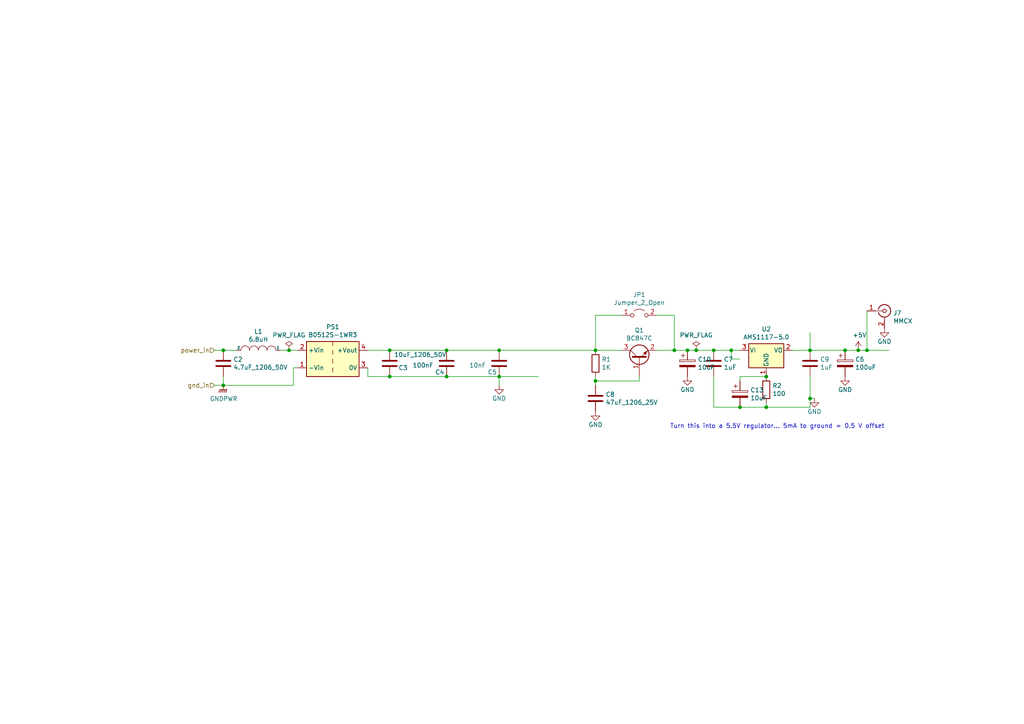
<source format=kicad_sch>
(kicad_sch (version 20211123) (generator eeschema)
  (paper "A4")
  (lib_symbols
    (symbol "DAC_pockel-rescue:100-0JLC" (pin_numbers hide) (pin_names (offset 0))
      (property "Reference" "R" (at 2.032 0 90))
      (property "Value" "100-0JLC" (at 0 0 90))
      (symbol "100-0JLC_0_1"
        (rectangle (start -1.016 -2.54) (end 1.016 2.54) (stroke (width 0.254)))
      )
      (symbol "100-0JLC_1_1"
        (pin passive line (at 0 3.81 270) (length 1.27) (name "~") (number "1"))
        (pin passive line (at 0 -3.81 90) (length 1.27) (name "~") (number "2"))
      )
    )
    (symbol "DAC_pockel-rescue:10uF_1206_50V-0JLC" (pin_numbers hide) (pin_names (offset 0.254))
      (property "Reference" "C" (at 0.635 2.54 0))
      (property "Value" "10uF_1206_50V-0JLC" (at 0.635 -2.54 0))
      (symbol "10uF_1206_50V-0JLC_0_1"
        (polyline (pts (xy -2.032 -0.762) (xy 2.032 -0.762)) (stroke (width 0.508)))
        (polyline (pts (xy -2.032 0.762) (xy 2.032 0.762)) (stroke (width 0.508)))
      )
      (symbol "10uF_1206_50V-0JLC_1_1"
        (pin passive line (at 0 3.81 270) (length 2.794) (name "~") (number "1"))
        (pin passive line (at 0 -3.81 90) (length 2.794) (name "~") (number "2"))
      )
    )
    (symbol "DAC_pockel-rescue:1K-0JLC" (pin_numbers hide) (pin_names (offset 0))
      (property "Reference" "R" (at 2.032 0 90))
      (property "Value" "1K-0JLC" (at 0 0 90))
      (symbol "1K-0JLC_0_1"
        (rectangle (start -1.016 -2.54) (end 1.016 2.54) (stroke (width 0.254)))
      )
      (symbol "1K-0JLC_1_1"
        (pin passive line (at 0 3.81 270) (length 1.27) (name "~") (number "1"))
        (pin passive line (at 0 -3.81 90) (length 1.27) (name "~") (number "2"))
      )
    )
    (symbol "DAC_pockel-rescue:1uF-0JLC" (pin_numbers hide) (pin_names (offset 0.254))
      (property "Reference" "C" (at 0.635 2.54 0))
      (property "Value" "1uF-0JLC" (at 0.635 -2.54 0))
      (symbol "1uF-0JLC_0_1"
        (polyline (pts (xy -2.032 -0.762) (xy 2.032 -0.762)) (stroke (width 0.508)))
        (polyline (pts (xy -2.032 0.762) (xy 2.032 0.762)) (stroke (width 0.508)))
      )
      (symbol "1uF-0JLC_1_1"
        (pin passive line (at 0 3.81 270) (length 2.794) (name "~") (number "1"))
        (pin passive line (at 0 -3.81 90) (length 2.794) (name "~") (number "2"))
      )
    )
    (symbol "DAC_pockel-rescue:4.7uF_1206_50V-0JLC" (pin_numbers hide) (pin_names (offset 0.254))
      (property "Reference" "C" (at 0.635 2.54 0))
      (property "Value" "4.7uF_1206_50V-0JLC" (at 0.635 -2.54 0))
      (symbol "4.7uF_1206_50V-0JLC_0_1"
        (polyline (pts (xy -2.032 -0.762) (xy 2.032 -0.762)) (stroke (width 0.508)))
        (polyline (pts (xy -2.032 0.762) (xy 2.032 0.762)) (stroke (width 0.508)))
      )
      (symbol "4.7uF_1206_50V-0JLC_1_1"
        (pin passive line (at 0 3.81 270) (length 2.794) (name "~") (number "1"))
        (pin passive line (at 0 -3.81 90) (length 2.794) (name "~") (number "2"))
      )
    )
    (symbol "DAC_pockel-rescue:47uF_1206_25V-0JLC" (pin_numbers hide) (pin_names (offset 0.254))
      (property "Reference" "C" (at 0.635 2.54 0))
      (property "Value" "47uF_1206_25V-0JLC" (at 0.635 -2.54 0))
      (symbol "47uF_1206_25V-0JLC_0_1"
        (polyline (pts (xy -2.032 -0.762) (xy 2.032 -0.762)) (stroke (width 0.508)))
        (polyline (pts (xy -2.032 0.762) (xy 2.032 0.762)) (stroke (width 0.508)))
      )
      (symbol "47uF_1206_25V-0JLC_1_1"
        (pin passive line (at 0 3.81 270) (length 2.794) (name "~") (number "1"))
        (pin passive line (at 0 -3.81 90) (length 2.794) (name "~") (number "2"))
      )
    )
    (symbol "DAC_pockel-rescue:B0305S-1WR2-0my_power"
      (property "Reference" "PS" (at -7.62 6.35 0))
      (property "Value" "B0305S-1WR2-0my_power" (at 1.27 6.35 0))
      (symbol "B0305S-1WR2-0my_power_0_0"
        (pin power_in line (at -10.16 -2.54 0) (length 2.54) (name "-Vin") (number "1"))
        (pin power_in line (at -10.16 2.54 0) (length 2.54) (name "+Vin") (number "2"))
        (pin power_out line (at 10.16 -2.54 180) (length 2.54) (name "0V") (number "3"))
        (pin power_out line (at 10.16 2.54 180) (length 2.54) (name "+Vout") (number "4"))
      )
      (symbol "B0305S-1WR2-0my_power_0_1"
        (rectangle (start -7.62 5.08) (end 7.62 -5.08) (stroke (width 0.254)) (fill (type background)))
        (polyline (pts (xy 0 -2.54) (xy 0 -3.81)))
        (polyline (pts (xy 0 0) (xy 0 -1.27)))
        (polyline (pts (xy 0 2.54) (xy 0 1.27)))
        (polyline (pts (xy 0 5.08) (xy 0 3.81)))
      )
    )
    (symbol "DAC_pockel-rescue:CP-Device" (pin_numbers hide) (pin_names (offset 0.254))
      (property "Reference" "C" (at 0.635 2.54 0))
      (property "Value" "CP-Device" (at 0.635 -2.54 0))
      (symbol "CP-Device_0_1"
        (rectangle (start -2.286 0.508) (end 2.286 1.016))
        (polyline (pts (xy -1.778 2.286) (xy -0.762 2.286)))
        (polyline (pts (xy -1.27 2.794) (xy -1.27 1.778)))
        (rectangle (start 2.286 -0.508) (end -2.286 -1.016) (fill (type outline)))
      )
      (symbol "CP-Device_1_1"
        (pin passive line (at 0 3.81 270) (length 2.794) (name "~") (number "1"))
        (pin passive line (at 0 -3.81 90) (length 2.794) (name "~") (number "2"))
      )
    )
    (symbol "DAC_pockel-rescue:MMCX-0my_intf" (pin_names (offset 1.016) hide)
      (property "Reference" "J" (at 0.254 3.048 0))
      (property "Value" "MMCX-0my_intf" (at 2.921 0 90))
      (symbol "MMCX-0my_intf_0_1"
        (arc (start -1.778 -0.508) (mid 0.2311 -1.8066) (end 1.778 0) (stroke (width 0.254)))
        (polyline (pts (xy -2.54 0) (xy -0.508 0)))
        (polyline (pts (xy 0 -2.54) (xy 0 -1.778)))
        (circle (center 0 0) (radius 0.508) (stroke (width 0.2032)))
        (arc (start 1.778 0) (mid 0.2099 1.8101) (end -1.778 0.508) (stroke (width 0.254)))
      )
      (symbol "MMCX-0my_intf_1_1"
        (pin passive line (at -5.08 0 0) (length 2.54) (name "In") (number "1"))
        (pin passive line (at 0 -5.08 90) (length 2.54) (name "Ext") (number "2"))
      )
    )
    (symbol "Device:C" (pin_numbers hide) (pin_names (offset 0.254))
      (property "Reference" "C" (at 0.635 2.54 0))
      (property "Value" "C" (at 0.635 -2.54 0))
      (symbol "C_0_1"
        (polyline (pts (xy -2.032 -0.762) (xy 2.032 -0.762)) (stroke (width 0.508)))
        (polyline (pts (xy -2.032 0.762) (xy 2.032 0.762)) (stroke (width 0.508)))
      )
      (symbol "C_1_1"
        (pin passive line (at 0 3.81 270) (length 2.794) (name "~") (number "1"))
        (pin passive line (at 0 -3.81 90) (length 2.794) (name "~") (number "2"))
      )
    )
    (symbol "Jumper:Jumper_2_Open" (pin_names (offset 0) hide)
      (property "Reference" "JP" (at 0 2.794 0))
      (property "Value" "Jumper_2_Open" (at 0 -2.286 0))
      (symbol "Jumper_2_Open_0_0"
        (circle (center -2.032 0) (radius 0.508))
        (circle (center 2.032 0) (radius 0.508))
      )
      (symbol "Jumper_2_Open_0_1"
        (arc (start 1.524 1.27) (mid 0 1.778) (end -1.524 1.27))
      )
      (symbol "Jumper_2_Open_1_1"
        (pin passive line (at -5.08 0 0) (length 2.54) (name "A") (number "1"))
        (pin passive line (at 5.08 0 180) (length 2.54) (name "B") (number "2"))
      )
    )
    (symbol "Regulator_Linear:AMS1117-5.0" (pin_names (offset 0.254))
      (property "Reference" "U" (at -3.81 3.175 0))
      (property "Value" "AMS1117-5.0" (at 0 3.175 0))
      (symbol "AMS1117-5.0_0_1"
        (rectangle (start -5.08 -5.08) (end 5.08 1.905) (stroke (width 0.254)) (fill (type background)))
      )
      (symbol "AMS1117-5.0_1_1"
        (pin power_in line (at 0 -7.62 90) (length 2.54) (name "GND") (number "1"))
        (pin power_out line (at 7.62 0 180) (length 2.54) (name "VO") (number "2"))
        (pin power_in line (at -7.62 0 0) (length 2.54) (name "VI") (number "3"))
      )
    )
    (symbol "Transistor_BJT:BC847" (pin_names (offset 0) hide)
      (property "Reference" "Q" (at 5.08 1.905 0))
      (property "Value" "BC847" (at 5.08 0 0))
      (symbol "BC847_0_1"
        (polyline (pts (xy 0.635 0.635) (xy 2.54 2.54)))
        (polyline (pts (xy 0.635 -0.635) (xy 2.54 -2.54) (xy 2.54 -2.54)))
        (polyline (pts (xy 0.635 1.905) (xy 0.635 -1.905) (xy 0.635 -1.905)) (stroke (width 0.508)))
        (polyline (pts (xy 1.27 -1.778) (xy 1.778 -1.27) (xy 2.286 -2.286) (xy 1.27 -1.778) (xy 1.27 -1.778)) (fill (type outline)))
        (circle (center 1.27 0) (radius 2.8194) (stroke (width 0.254)))
      )
      (symbol "BC847_1_1"
        (pin input line (at -5.08 0 0) (length 5.715) (name "B") (number "1"))
        (pin passive line (at 2.54 -5.08 90) (length 2.54) (name "E") (number "2"))
        (pin passive line (at 2.54 5.08 270) (length 2.54) (name "C") (number "3"))
      )
    )
    (symbol "power:+5V" (power) (pin_names (offset 0))
      (property "Value" "+5V" (at 0 3.556 0))
      (symbol "+5V_0_1"
        (polyline (pts (xy -0.762 1.27) (xy 0 2.54)))
        (polyline (pts (xy 0 0) (xy 0 2.54)))
        (polyline (pts (xy 0 2.54) (xy 0.762 1.27)))
      )
      (symbol "+5V_1_1"
        (pin power_in line (at 0 0 90) (length 0) hide (name "+5V") (number "1"))
      )
    )
    (symbol "power:GND" (power) (pin_names (offset 0))
      (property "Value" "GND" (at 0 -3.81 0))
      (symbol "GND_0_1"
        (polyline (pts (xy 0 0) (xy 0 -1.27) (xy 1.27 -1.27) (xy 0 -2.54) (xy -1.27 -1.27) (xy 0 -1.27)))
      )
      (symbol "GND_1_1"
        (pin power_in line (at 0 0 270) (length 0) hide (name "GND") (number "1"))
      )
    )
    (symbol "power:GNDPWR" (power) (pin_names (offset 0))
      (property "Value" "GNDPWR" (at 0 -3.302 0))
      (symbol "GNDPWR_0_1"
        (polyline (pts (xy 0 -1.27) (xy 0 0)))
        (polyline (pts (xy -1.016 -1.27) (xy -1.27 -2.032) (xy -1.27 -2.032)) (stroke (width 0.2032)))
        (polyline (pts (xy -0.508 -1.27) (xy -0.762 -2.032) (xy -0.762 -2.032)) (stroke (width 0.2032)))
        (polyline (pts (xy 0 -1.27) (xy -0.254 -2.032) (xy -0.254 -2.032)) (stroke (width 0.2032)))
        (polyline (pts (xy 0.508 -1.27) (xy 0.254 -2.032) (xy 0.254 -2.032)) (stroke (width 0.2032)))
        (polyline (pts (xy 1.016 -1.27) (xy -1.016 -1.27) (xy -1.016 -1.27)) (stroke (width 0.2032)))
        (polyline (pts (xy 1.016 -1.27) (xy 0.762 -2.032) (xy 0.762 -2.032) (xy 0.762 -2.032)) (stroke (width 0.2032)))
      )
      (symbol "GNDPWR_1_1"
        (pin power_in line (at 0 0 270) (length 0) hide (name "GNDPWR") (number "1"))
      )
    )
    (symbol "power:PWR_FLAG" (power) (pin_numbers hide) (pin_names (offset 0) hide)
      (property "Value" "PWR_FLAG" (at 0 3.81 0))
      (symbol "PWR_FLAG_0_0"
        (pin power_out line (at 0 0 90) (length 0) (name "pwr") (number "1"))
      )
      (symbol "PWR_FLAG_0_1"
        (polyline (pts (xy 0 0) (xy 0 1.27) (xy -1.016 1.905) (xy 0 2.54) (xy 1.016 1.905) (xy 0 1.27)))
      )
    )
    (symbol "pspice:INDUCTOR" (pin_numbers hide) (pin_names (offset 0))
      (property "Reference" "L" (at 0 2.54 0))
      (property "Value" "INDUCTOR" (at 0 -1.27 0))
      (symbol "INDUCTOR_0_1"
        (arc (start -2.54 0) (mid -3.81 1.27) (end -5.08 0))
        (arc (start 0 0) (mid -1.27 1.27) (end -2.54 0))
        (arc (start 2.54 0) (mid 1.27 1.27) (end 0 0))
        (arc (start 5.08 0) (mid 3.81 1.27) (end 2.54 0))
      )
      (symbol "INDUCTOR_1_1"
        (pin input line (at -6.35 0 0) (length 1.27) (name "1") (number "1"))
        (pin input line (at 6.35 0 180) (length 1.27) (name "2") (number "2"))
      )
    )
  )
  (junction (at 251.46 101.6))
  (junction (at 195.58 101.6))
  (junction (at 201.93 101.6))
  (junction (at 212.09 101.6))
  (junction (at 129.54 109.22))
  (junction (at 234.95 101.6))
  (junction (at 113.03 101.6))
  (junction (at 207.01 101.6))
  (junction (at 144.78 109.22))
  (junction (at 172.72 110.49))
  (junction (at 129.54 101.6))
  (junction (at 234.95 115.57))
  (junction (at 113.03 109.22))
  (junction (at 248.92 101.6))
  (junction (at 144.78 101.6))
  (junction (at 64.77 111.76))
  (junction (at 222.25 109.22))
  (junction (at 83.82 101.6))
  (junction (at 172.72 101.6))
  (junction (at 199.39 101.6))
  (junction (at 245.11 101.6))
  (junction (at 64.77 101.6))
  (junction (at 222.25 118.11))
  (junction (at 214.63 118.11))
  (wire (pts (xy 81.28 101.6) (xy 83.82 101.6)))
  (wire (pts (xy 234.95 118.11) (xy 234.95 115.57)))
  (wire (pts (xy 234.95 101.6) (xy 229.87 101.6)))
  (wire (pts (xy 214.63 118.11) (xy 222.25 118.11)))
  (wire (pts (xy 172.72 101.6) (xy 180.34 101.6)))
  (wire (pts (xy 62.23 111.76) (xy 64.77 111.76)))
  (wire (pts (xy 207.01 101.6) (xy 212.09 101.6)))
  (wire (pts (xy 222.25 118.11) (xy 234.95 118.11)))
  (wire (pts (xy 251.46 90.17) (xy 251.46 101.6)))
  (wire (pts (xy 144.78 111.76) (xy 144.78 109.22)))
  (wire (pts (xy 106.68 101.6) (xy 113.03 101.6)))
  (wire (pts (xy 85.09 111.76) (xy 64.77 111.76)))
  (wire (pts (xy 245.11 101.6) (xy 248.92 101.6)))
  (wire (pts (xy 129.54 109.22) (xy 144.78 109.22)))
  (wire (pts (xy 234.95 115.57) (xy 236.22 115.57)))
  (wire (pts (xy 234.95 101.6) (xy 245.11 101.6)))
  (wire (pts (xy 185.42 110.49) (xy 185.42 109.22)))
  (wire (pts (xy 113.03 101.6) (xy 129.54 101.6)))
  (wire (pts (xy 64.77 109.22) (xy 64.77 111.76)))
  (wire (pts (xy 214.63 109.22) (xy 222.25 109.22)))
  (wire (pts (xy 195.58 91.44) (xy 195.58 101.6)))
  (wire (pts (xy 199.39 101.6) (xy 201.93 101.6)))
  (wire (pts (xy 214.63 110.49) (xy 214.63 109.22)))
  (wire (pts (xy 83.82 101.6) (xy 86.36 101.6)))
  (wire (pts (xy 207.01 109.22) (xy 207.01 118.11)))
  (wire (pts (xy 62.23 101.6) (xy 64.77 101.6)))
  (wire (pts (xy 212.09 104.14) (xy 214.63 104.14)))
  (wire (pts (xy 86.36 106.68) (xy 85.09 106.68)))
  (wire (pts (xy 201.93 101.6) (xy 207.01 101.6)))
  (wire (pts (xy 190.5 91.44) (xy 195.58 91.44)))
  (wire (pts (xy 85.09 106.68) (xy 85.09 111.76)))
  (wire (pts (xy 144.78 101.6) (xy 172.72 101.6)))
  (wire (pts (xy 172.72 110.49) (xy 185.42 110.49)))
  (wire (pts (xy 172.72 101.6) (xy 172.72 91.44)))
  (wire (pts (xy 251.46 101.6) (xy 257.81 101.6)))
  (wire (pts (xy 172.72 110.49) (xy 172.72 111.76)))
  (wire (pts (xy 190.5 101.6) (xy 195.58 101.6)))
  (wire (pts (xy 248.92 101.6) (xy 251.46 101.6)))
  (wire (pts (xy 106.68 109.22) (xy 113.03 109.22)))
  (wire (pts (xy 234.95 109.22) (xy 234.95 115.57)))
  (wire (pts (xy 144.78 109.22) (xy 156.21 109.22)))
  (wire (pts (xy 172.72 109.22) (xy 172.72 110.49)))
  (wire (pts (xy 129.54 109.22) (xy 113.03 109.22)))
  (wire (pts (xy 129.54 101.6) (xy 144.78 101.6)))
  (wire (pts (xy 212.09 101.6) (xy 212.09 104.14)))
  (wire (pts (xy 222.25 116.84) (xy 222.25 118.11)))
  (wire (pts (xy 195.58 101.6) (xy 199.39 101.6)))
  (wire (pts (xy 172.72 91.44) (xy 180.34 91.44)))
  (wire (pts (xy 207.01 118.11) (xy 214.63 118.11)))
  (wire (pts (xy 64.77 101.6) (xy 68.58 101.6)))
  (wire (pts (xy 106.68 106.68) (xy 106.68 109.22)))
  (wire (pts (xy 212.09 101.6) (xy 214.63 101.6)))
  (wire (pts (xy 234.95 101.6) (xy 234.95 96.52)))
  (text "Turn this into a 5.5V regulator… 5mA to ground = 0.5 V offset" (at 194.31 124.46 0) (effects (font (size 1.27 1.27)) (justify left bottom)))
  (hierarchical_label "gnd_in" (shape input) (at 62.23 111.76 180))
  (hierarchical_label "power_in" (shape input) (at 62.23 101.6 180))
  (symbol (lib_id "Device:C") (at 129.54 105.41 180) (unit 1)
    (property "Reference" "C4" (at 128.905 107.95 0) (effects (justify left)))
    (property "Value" "100nF" (at 125.73 106.68 0) (effects (justify left top)))
    (property "Footprint" "Capacitor_SMD:C_0603_1608Metric_Pad1.05x0.95mm_HandSolder" (effects hide))
    (property "Datasheet" "CC0603KRX7R9BB104" (effects hide))
    (property "MFR" "Samsung" (effects hide))
    (property "MPN" "CC0603KRX7R9BB104" (effects hide))
    (property "SPURL" "-" (effects hide))
    (property "LCSC" "C14663" (effects hide))
  )
  (symbol (lib_id "Device:C") (at 144.78 105.41 180) (unit 1)
    (property "Reference" "C5" (at 144.145 107.95 0) (effects (justify left)))
    (property "Value" "10nF" (at 140.97 106.68 0) (effects (justify left top)))
    (property "Footprint" "Capacitor_SMD:C_0603_1608Metric_Pad1.05x0.95mm_HandSolder" (effects hide))
    (property "Datasheet" "0603B103K500NT" (effects hide))
    (property "MFR" "Samsung" (effects hide))
    (property "MPN" "0603B103K500NT" (effects hide))
    (property "LCSC" "C57112" (effects hide))
    (property "SPURL" "-" (effects hide))
  )
  (symbol (lib_id "power:GND") (at 144.78 111.76 0) (unit 1)
    (property "Reference" "#PWR016" (effects hide))
    (property "Value" "GND" (at 144.78 115.57 0))
  )
  (symbol (lib_id "power:GND") (at 172.72 119.38 0) (unit 1)
    (property "Reference" "#PWR017" (effects hide))
    (property "Value" "GND" (at 172.72 123.19 0))
  )
  (symbol (lib_id "Transistor_BJT:BC847") (at 185.42 104.14 90) (unit 1)
    (property "Reference" "Q1" (at 185.42 95.8088 90))
    (property "Value" "BC847C" (at 185.42 98.1202 90))
    (property "Footprint" "Package_TO_SOT_SMD:SOT-23" (effects hide))
    (property "Datasheet" "http://www.infineon.com/dgdl/Infineon-BC847SERIES_BC848SERIES_BC849SERIES_BC850SERIES-DS-v01_01-en.pdf?fileId=db3a304314dca389011541d4630a1657" (effects hide))
    (property "MPN" "BC847C,215" (effects hide))
    (property "LCSC" "C8664" (effects hide))
  )
  (symbol (lib_id "Jumper:Jumper_2_Open") (at 185.42 91.44 0) (unit 1)
    (property "Reference" "JP1" (at 185.42 85.471 0))
    (property "Value" "Jumper_2_Open" (at 185.42 87.7824 0))
    (property "Footprint" "Jumper:SolderJumper-2_P1.3mm_Open_RoundedPad1.0x1.5mm" (effects hide))
  )
  (symbol (lib_id "DAC_pockel-rescue:B0305S-1WR2-0my_power") (at 96.52 104.14 0) (unit 1)
    (property "Reference" "PS1" (at 96.52 94.8182 0))
    (property "Value" "B0512S-1WR3" (at 96.52 97.1296 0))
    (property "Footprint" "Converter_DCDC:Converter_DCDC_muRata_CRE1xxxxxx3C_THT" (effects hide))
    (property "LCSC" "C133158" (effects hide))
    (property "MPN" "B0512S-1WR3" (effects hide))
  )
  (symbol (lib_id "pspice:INDUCTOR") (at 74.93 101.6 0) (mirror y) (unit 1)
    (property "Reference" "L1" (at 74.93 96.139 0))
    (property "Value" "6.8uH" (at 74.93 98.4504 0))
    (property "Footprint" "Inductor_SMD:L_1210_3225Metric_Pad1.42x2.65mm_HandSolder" (effects hide))
    (property "MPN" "NLCV32T-6R8M-PFR" (effects hide))
    (property "LCSC" "C87559" (effects hide))
  )
  (symbol (lib_id "power:GNDPWR") (at 64.77 111.76 0) (unit 1)
    (property "Reference" "#PWR015" (effects hide))
    (property "Value" "GNDPWR" (at 64.8716 115.6716 0))
  )
  (symbol (lib_id "DAC_pockel-rescue:10uF_1206_50V-0JLC") (at 113.03 105.41 0) (unit 1)
    (property "Reference" "C3" (at 115.57 106.68 0) (effects (justify left)))
    (property "Value" "10uF_1206_50V" (at 114.3 102.87 0) (effects (justify left)))
    (property "Footprint" "Capacitor_SMD:C_1206_3216Metric_Pad1.42x1.75mm_HandSolder" (effects hide))
    (property "LCSC" "C13585" (effects hide))
    (property "MPN" "CL31A106KBHNNNE" (effects hide))
  )
  (symbol (lib_id "DAC_pockel-rescue:4.7uF_1206_50V-0JLC") (at 64.77 105.41 0) (unit 1)
    (property "Reference" "C2" (at 67.691 104.2416 0) (effects (justify left)))
    (property "Value" "4.7uF_1206_50V" (at 67.691 106.553 0) (effects (justify left)))
    (property "Footprint" "Capacitor_SMD:C_1206_3216Metric_Pad1.42x1.75mm_HandSolder" (effects hide))
    (property "LCSC" "C29823" (effects hide))
    (property "MPN" "1206B475K500NT" (effects hide))
  )
  (symbol (lib_id "DAC_pockel-rescue:1K-0JLC") (at 172.72 105.41 0) (unit 1)
    (property "Reference" "R1" (at 174.498 104.2416 0) (effects (justify left)))
    (property "Value" "1K" (at 174.498 106.553 0) (effects (justify left)))
    (property "Footprint" "Resistor_SMD:R_0603_1608Metric_Pad1.05x0.95mm_HandSolder" (effects hide))
    (property "LCSC" "C21190" (effects hide))
    (property "MPN" "0603WAF1001T5E" (effects hide))
  )
  (symbol (lib_id "DAC_pockel-rescue:CP-Device") (at 245.11 105.41 0) (unit 1)
    (property "Reference" "C6" (at 248.031 104.2416 0) (effects (justify left)))
    (property "Value" "100uF" (at 248.031 106.553 0) (effects (justify left)))
    (property "Footprint" "Capacitor_Tantalum_SMD:CP_EIA-3528-12_Kemet-T" (effects hide))
    (property "LCSC" "C84455" (effects hide))
    (property "MPN" "GRM32ER61A107ME20L" (effects hide))
  )
  (symbol (lib_id "DAC_pockel-rescue:1uF-0JLC") (at 207.01 105.41 0) (unit 1)
    (property "Reference" "C7" (at 209.931 104.2416 0) (effects (justify left)))
    (property "Value" "1uF" (at 209.931 106.553 0) (effects (justify left)))
    (property "Footprint" "Capacitor_SMD:C_0603_1608Metric_Pad1.05x0.95mm_HandSolder" (effects hide))
    (property "LCSC" "C15849" (effects hide))
    (property "MPN" "CL10A105KB8NNNC" (effects hide))
  )
  (symbol (lib_id "DAC_pockel-rescue:1uF-0JLC") (at 234.95 105.41 0) (unit 1)
    (property "Reference" "C9" (at 237.871 104.2416 0) (effects (justify left)))
    (property "Value" "1uF" (at 237.871 106.553 0) (effects (justify left)))
    (property "Footprint" "Capacitor_SMD:C_0603_1608Metric_Pad1.05x0.95mm_HandSolder" (effects hide))
    (property "LCSC" "C15849" (effects hide))
    (property "MPN" "CL10A105KB8NNNC" (effects hide))
  )
  (symbol (lib_id "power:GND") (at 236.22 115.57 0) (unit 1)
    (property "Reference" "#PWR018" (effects hide))
    (property "Value" "GND" (at 236.22 119.38 0))
  )
  (symbol (lib_id "DAC_pockel-rescue:MMCX-0my_intf") (at 256.54 90.17 0) (unit 1)
    (property "Reference" "J7" (at 259.08 90.805 0) (effects (justify left)))
    (property "Value" "MMCX" (at 259.08 93.1164 0) (effects (justify left)))
    (property "Footprint" "0my_footprints:MMCX_JLC" (effects hide))
    (property "Datasheet" " ~" (effects hide))
    (property "LCSC" "C530664" (effects hide))
    (property "MPN" "KH-MMCX-Z" (effects hide))
  )
  (symbol (lib_id "power:GND") (at 256.54 95.25 0) (unit 1)
    (property "Reference" "#PWR020" (effects hide))
    (property "Value" "GND" (at 256.54 99.06 0))
  )
  (symbol (lib_id "power:PWR_FLAG") (at 83.82 101.6 0) (unit 1)
    (property "Reference" "#FLG01" (effects hide))
    (property "Value" "PWR_FLAG" (at 83.82 97.2058 0))
  )
  (symbol (lib_id "power:PWR_FLAG") (at 201.93 101.6 0) (unit 1)
    (property "Reference" "#FLG02" (effects hide))
    (property "Value" "PWR_FLAG" (at 201.93 97.2058 0))
  )
  (symbol (lib_id "Regulator_Linear:AMS1117-5.0") (at 222.25 101.6 0) (unit 1)
    (property "Reference" "U2" (at 222.25 95.4532 0))
    (property "Value" "AMS1117-5.0" (at 222.25 97.7646 0))
    (property "Footprint" "Package_TO_SOT_SMD:SOT-223-3_TabPin2" (effects hide))
    (property "Datasheet" "http://www.advanced-monolithic.com/pdf/ds1117.pdf" (effects hide))
  )
  (symbol (lib_id "power:+5V") (at 248.92 101.6 0) (unit 1)
    (property "Reference" "#PWR0108" (effects hide))
    (property "Value" "+5V" (at 249.301 97.2058 0))
  )
  (symbol (lib_id "DAC_pockel-rescue:100-0JLC") (at 222.25 113.03 0) (unit 1)
    (property "Reference" "R2" (at 224.028 111.8616 0) (effects (justify left)))
    (property "Value" "100" (at 224.028 114.173 0) (effects (justify left)))
    (property "Footprint" "Resistor_SMD:R_0603_1608Metric_Pad1.05x0.95mm_HandSolder" (effects hide))
    (property "LCSC" "C22775" (effects hide))
    (property "MPN" "0603WAF1000T5E" (effects hide))
  )
  (symbol (lib_id "DAC_pockel-rescue:CP-Device") (at 214.63 114.3 0) (unit 1)
    (property "Reference" "C13" (at 217.6272 113.1316 0) (effects (justify left)))
    (property "Value" "10uF" (at 217.6272 115.443 0) (effects (justify left)))
    (property "Footprint" "Capacitor_Tantalum_SMD:CP_EIA-3216-18_Kemet-A" (effects hide))
    (property "LCSC" "C7171" (effects hide))
    (property "MPN" "TAJA106K016RNJ" (effects hide))
  )
  (symbol (lib_id "power:GND") (at 245.11 109.22 0) (unit 1)
    (property "Reference" "#PWR0109" (effects hide))
    (property "Value" "GND" (at 245.11 113.03 0))
  )
  (symbol (lib_id "power:GND") (at 199.39 109.22 0) (unit 1)
    (property "Reference" "#PWR0111" (effects hide))
    (property "Value" "GND" (at 199.39 113.03 0))
  )
  (symbol (lib_id "DAC_pockel-rescue:47uF_1206_25V-0JLC") (at 172.72 115.57 0) (unit 1)
    (property "Reference" "C8" (at 175.641 114.4016 0) (effects (justify left)))
    (property "Value" "47uF_1206_25V" (at 175.641 116.713 0) (effects (justify left)))
    (property "Footprint" "Capacitor_SMD:C_1206_3216Metric_Pad1.42x1.75mm_HandSolder" (effects hide))
    (property "LCSC" "C403725" (effects hide))
    (property "MPN" "GRM31CR61E476ME44L" (effects hide))
  )
  (symbol (lib_id "DAC_pockel-rescue:CP-Device") (at 199.39 105.41 0) (unit 1)
    (property "Reference" "C10" (at 202.3872 104.2416 0) (effects (justify left)))
    (property "Value" "10uF" (at 202.3872 106.553 0) (effects (justify left)))
    (property "Footprint" "Capacitor_Tantalum_SMD:CP_EIA-3216-18_Kemet-A" (effects hide))
    (property "LCSC" "C7171" (effects hide))
    (property "MPN" "TAJA106K016RNJ" (effects hide))
  )
)
</source>
